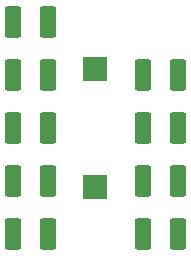
<source format=gbr>
%TF.GenerationSoftware,KiCad,Pcbnew,(7.0.0)*%
%TF.CreationDate,2023-02-27T22:59:02+05:30*%
%TF.ProjectId,9W_SYSKA,39575f53-5953-44b4-912e-6b696361645f,rev?*%
%TF.SameCoordinates,Original*%
%TF.FileFunction,Soldermask,Top*%
%TF.FilePolarity,Negative*%
%FSLAX46Y46*%
G04 Gerber Fmt 4.6, Leading zero omitted, Abs format (unit mm)*
G04 Created by KiCad (PCBNEW (7.0.0)) date 2023-02-27 22:59:02*
%MOMM*%
%LPD*%
G01*
G04 APERTURE LIST*
G04 Aperture macros list*
%AMRoundRect*
0 Rectangle with rounded corners*
0 $1 Rounding radius*
0 $2 $3 $4 $5 $6 $7 $8 $9 X,Y pos of 4 corners*
0 Add a 4 corners polygon primitive as box body*
4,1,4,$2,$3,$4,$5,$6,$7,$8,$9,$2,$3,0*
0 Add four circle primitives for the rounded corners*
1,1,$1+$1,$2,$3*
1,1,$1+$1,$4,$5*
1,1,$1+$1,$6,$7*
1,1,$1+$1,$8,$9*
0 Add four rect primitives between the rounded corners*
20,1,$1+$1,$2,$3,$4,$5,0*
20,1,$1+$1,$4,$5,$6,$7,0*
20,1,$1+$1,$6,$7,$8,$9,0*
20,1,$1+$1,$8,$9,$2,$3,0*%
G04 Aperture macros list end*
%ADD10RoundRect,0.250001X-0.462499X-1.074999X0.462499X-1.074999X0.462499X1.074999X-0.462499X1.074999X0*%
%ADD11R,2.000000X2.000000*%
G04 APERTURE END LIST*
D10*
%TO.C,L9*%
X113012500Y-108500000D03*
X115987500Y-108500000D03*
%TD*%
D11*
%TO.C,J2*%
X108999999Y-117999999D03*
%TD*%
D10*
%TO.C,L8*%
X113012500Y-113000000D03*
X115987500Y-113000000D03*
%TD*%
%TO.C,L5*%
X102012500Y-122000000D03*
X104987500Y-122000000D03*
%TD*%
%TO.C,L4*%
X102012500Y-117500000D03*
X104987500Y-117500000D03*
%TD*%
%TO.C,L1*%
X102012500Y-104000000D03*
X104987500Y-104000000D03*
%TD*%
%TO.C,L7*%
X113012500Y-117500000D03*
X115987500Y-117500000D03*
%TD*%
%TO.C,L2*%
X102012500Y-108500000D03*
X104987500Y-108500000D03*
%TD*%
%TO.C,L6*%
X113012500Y-122000000D03*
X115987500Y-122000000D03*
%TD*%
D11*
%TO.C,J1*%
X108999999Y-107999999D03*
%TD*%
D10*
%TO.C,L3*%
X102012500Y-113000000D03*
X104987500Y-113000000D03*
%TD*%
M02*

</source>
